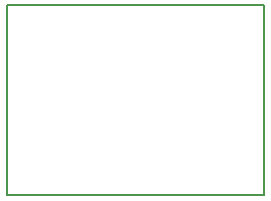
<source format=gm1>
G04 #@! TF.GenerationSoftware,KiCad,Pcbnew,5.0.2-bee76a0~70~ubuntu16.04.1*
G04 #@! TF.CreationDate,2019-02-25T14:33:45-05:00*
G04 #@! TF.ProjectId,ant1,616e7431-2e6b-4696-9361-645f70636258,rev?*
G04 #@! TF.SameCoordinates,Original*
G04 #@! TF.FileFunction,Profile,NP*
%FSLAX46Y46*%
G04 Gerber Fmt 4.6, Leading zero omitted, Abs format (unit mm)*
G04 Created by KiCad (PCBNEW 5.0.2-bee76a0~70~ubuntu16.04.1) date Mon 25 Feb 2019 02:33:45 PM EST*
%MOMM*%
%LPD*%
G01*
G04 APERTURE LIST*
%ADD10C,0.150000*%
G04 APERTURE END LIST*
D10*
X160500000Y-64500000D02*
X160500000Y-80600000D01*
X160500000Y-64500000D02*
X182250000Y-64500000D01*
X160500000Y-80600000D02*
X182250000Y-80600000D01*
X182250000Y-64500000D02*
X182250000Y-80600000D01*
M02*

</source>
